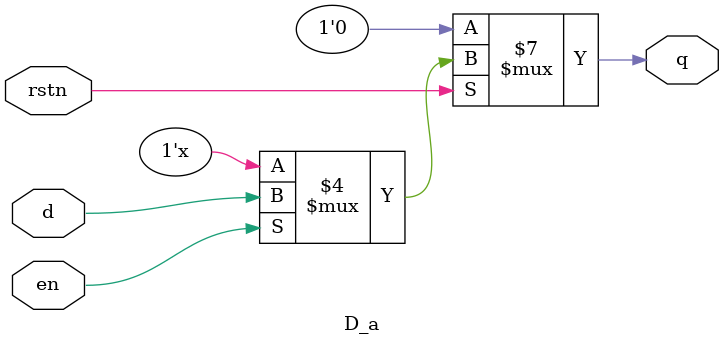
<source format=v>
module D_a(input d, input en, input rstn, output reg q);

always @(en, rstn)
if(rstn == 0)
    begin
        q<=1'b0;
    end
else 
    begin
        if(en == 1) q<= d;
    end

endmodule

</source>
